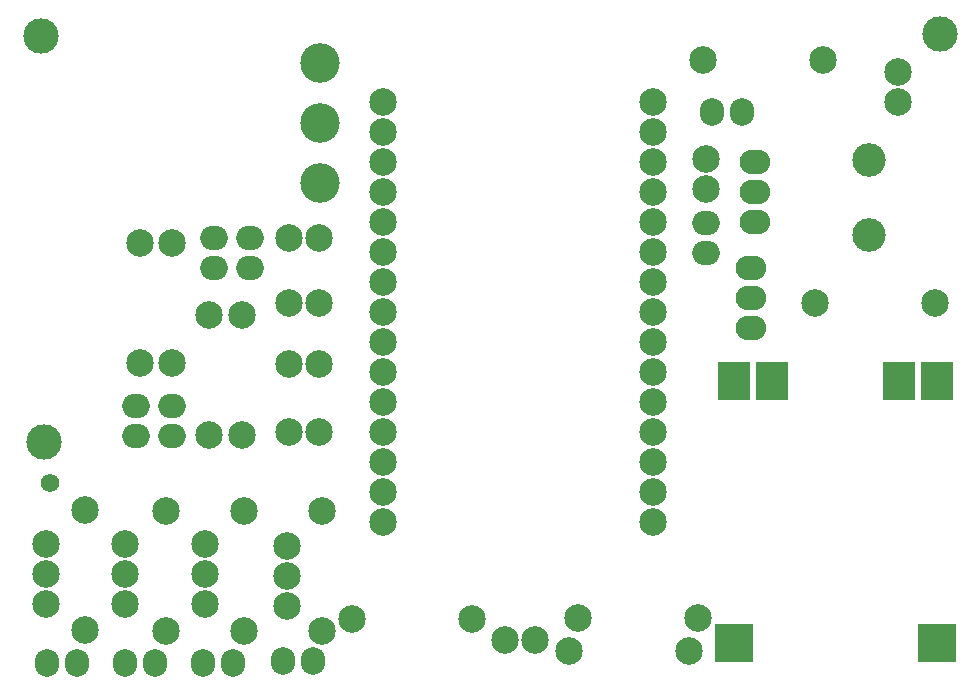
<source format=gbs>
%FSLAX43Y43*%
%MOMM*%
G71*
G01*
G75*
G04 Layer_Color=16711935*
%ADD10C,0.500*%
%ADD11C,2.540*%
%ADD12R,2.500X3.000*%
%ADD13R,2.400X3.000*%
%ADD14R,3.000X3.000*%
%ADD15C,2.032*%
%ADD16O,2.032X1.778*%
%ADD17C,1.000*%
%ADD18C,3.048*%
%ADD19O,2.286X1.778*%
%ADD20O,1.778X2.032*%
%ADD21C,1.270*%
%ADD22C,0.254*%
%ADD23C,0.127*%
%ADD24C,2.840*%
%ADD25R,2.800X3.300*%
%ADD26R,2.700X3.300*%
%ADD27R,3.300X3.300*%
%ADD28C,2.332*%
%ADD29O,2.332X2.078*%
%ADD30C,3.000*%
%ADD31C,3.348*%
%ADD32O,2.586X2.078*%
%ADD33O,2.078X2.332*%
%ADD34C,1.570*%
D24*
X225298Y68707D02*
D03*
Y75057D02*
D03*
D25*
X217043Y56388D02*
D03*
X213868D02*
D03*
X231013D02*
D03*
D26*
X227838D02*
D03*
D27*
X213868Y34163D02*
D03*
X231013D02*
D03*
D28*
X184150Y80010D02*
D03*
Y62230D02*
D03*
Y64770D02*
D03*
Y67310D02*
D03*
Y69850D02*
D03*
Y72390D02*
D03*
Y74930D02*
D03*
Y77470D02*
D03*
Y59690D02*
D03*
Y44450D02*
D03*
Y46990D02*
D03*
Y49530D02*
D03*
Y52070D02*
D03*
Y54610D02*
D03*
Y57150D02*
D03*
X207010D02*
D03*
Y54610D02*
D03*
Y52070D02*
D03*
Y49530D02*
D03*
Y46990D02*
D03*
Y44450D02*
D03*
Y59690D02*
D03*
Y77470D02*
D03*
Y74930D02*
D03*
Y72390D02*
D03*
Y69850D02*
D03*
Y67310D02*
D03*
Y64770D02*
D03*
Y62230D02*
D03*
Y80010D02*
D03*
X227711D02*
D03*
Y82550D02*
D03*
X176149Y52070D02*
D03*
X178689D02*
D03*
X176149Y57785D02*
D03*
X178689D02*
D03*
X176149Y62992D02*
D03*
X178689D02*
D03*
X176149Y68453D02*
D03*
X178689D02*
D03*
X169037Y37465D02*
D03*
Y40005D02*
D03*
Y42545D02*
D03*
X162306Y37465D02*
D03*
Y40005D02*
D03*
Y42545D02*
D03*
X155575Y37465D02*
D03*
Y40005D02*
D03*
Y42545D02*
D03*
X211201Y83566D02*
D03*
X221361D02*
D03*
X200660Y36322D02*
D03*
X210820D02*
D03*
X169418Y51816D02*
D03*
Y61976D02*
D03*
X172212Y51816D02*
D03*
Y61976D02*
D03*
X166243Y57912D02*
D03*
Y68072D02*
D03*
X163576Y57912D02*
D03*
Y68072D02*
D03*
X210058Y33528D02*
D03*
X199898D02*
D03*
X191643Y36195D02*
D03*
X181483D02*
D03*
X178943Y35179D02*
D03*
Y45339D02*
D03*
X172339Y35179D02*
D03*
Y45339D02*
D03*
X165735Y35179D02*
D03*
Y45339D02*
D03*
X158877Y35306D02*
D03*
Y45466D02*
D03*
X176022Y37338D02*
D03*
Y39878D02*
D03*
Y42418D02*
D03*
X230886Y62992D02*
D03*
X220726D02*
D03*
X196977Y34417D02*
D03*
X194437D02*
D03*
X211455Y75184D02*
D03*
Y72644D02*
D03*
D29*
X172847Y68453D02*
D03*
Y65913D02*
D03*
X169799Y68453D02*
D03*
Y65913D02*
D03*
X166243Y51689D02*
D03*
Y54229D02*
D03*
X163195Y51689D02*
D03*
Y54229D02*
D03*
X211455Y69723D02*
D03*
Y67183D02*
D03*
D30*
X231267Y85725D02*
D03*
X155448Y51181D02*
D03*
X155194Y85598D02*
D03*
D31*
X178816Y83312D02*
D03*
Y78232D02*
D03*
Y73152D02*
D03*
D32*
X215265Y63373D02*
D03*
Y60833D02*
D03*
Y65913D02*
D03*
X215646Y72390D02*
D03*
Y69850D02*
D03*
Y74930D02*
D03*
D33*
X214503Y79121D02*
D03*
X211963D02*
D03*
X178181Y32639D02*
D03*
X175641D02*
D03*
X171450Y32512D02*
D03*
X168910D02*
D03*
X164846D02*
D03*
X162306D02*
D03*
X158242D02*
D03*
X155702D02*
D03*
D34*
X155956Y47752D02*
D03*
M02*

</source>
